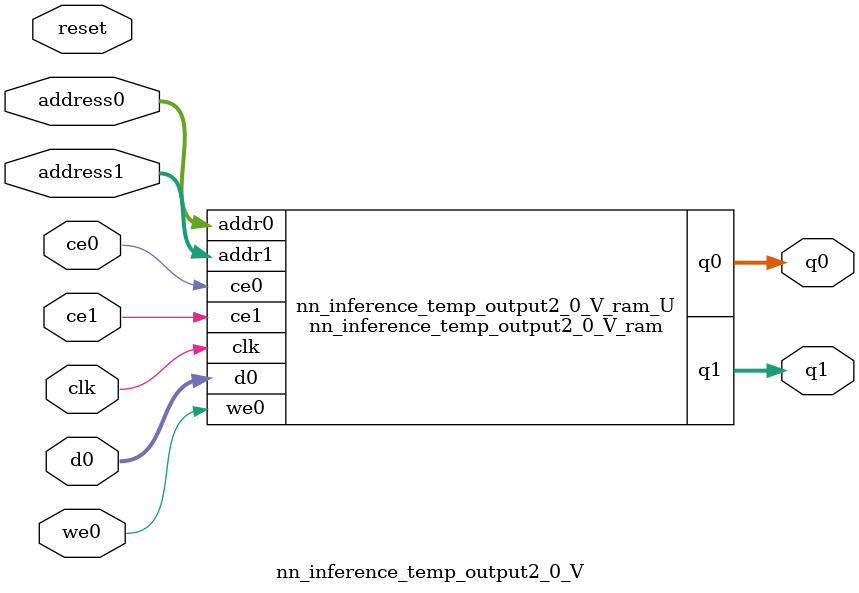
<source format=v>
`timescale 1 ns / 1 ps
module nn_inference_temp_output2_0_V_ram (addr0, ce0, d0, we0, q0, addr1, ce1, q1,  clk);

parameter DWIDTH = 32;
parameter AWIDTH = 6;
parameter MEM_SIZE = 64;

input[AWIDTH-1:0] addr0;
input ce0;
input[DWIDTH-1:0] d0;
input we0;
output reg[DWIDTH-1:0] q0;
input[AWIDTH-1:0] addr1;
input ce1;
output reg[DWIDTH-1:0] q1;
input clk;

reg [DWIDTH-1:0] ram[0:MEM_SIZE-1];




always @(posedge clk)  
begin 
    if (ce0) begin
        if (we0) 
            ram[addr0] <= d0; 
        q0 <= ram[addr0];
    end
end


always @(posedge clk)  
begin 
    if (ce1) begin
        q1 <= ram[addr1];
    end
end


endmodule

`timescale 1 ns / 1 ps
module nn_inference_temp_output2_0_V(
    reset,
    clk,
    address0,
    ce0,
    we0,
    d0,
    q0,
    address1,
    ce1,
    q1);

parameter DataWidth = 32'd32;
parameter AddressRange = 32'd64;
parameter AddressWidth = 32'd6;
input reset;
input clk;
input[AddressWidth - 1:0] address0;
input ce0;
input we0;
input[DataWidth - 1:0] d0;
output[DataWidth - 1:0] q0;
input[AddressWidth - 1:0] address1;
input ce1;
output[DataWidth - 1:0] q1;



nn_inference_temp_output2_0_V_ram nn_inference_temp_output2_0_V_ram_U(
    .clk( clk ),
    .addr0( address0 ),
    .ce0( ce0 ),
    .we0( we0 ),
    .d0( d0 ),
    .q0( q0 ),
    .addr1( address1 ),
    .ce1( ce1 ),
    .q1( q1 ));

endmodule


</source>
